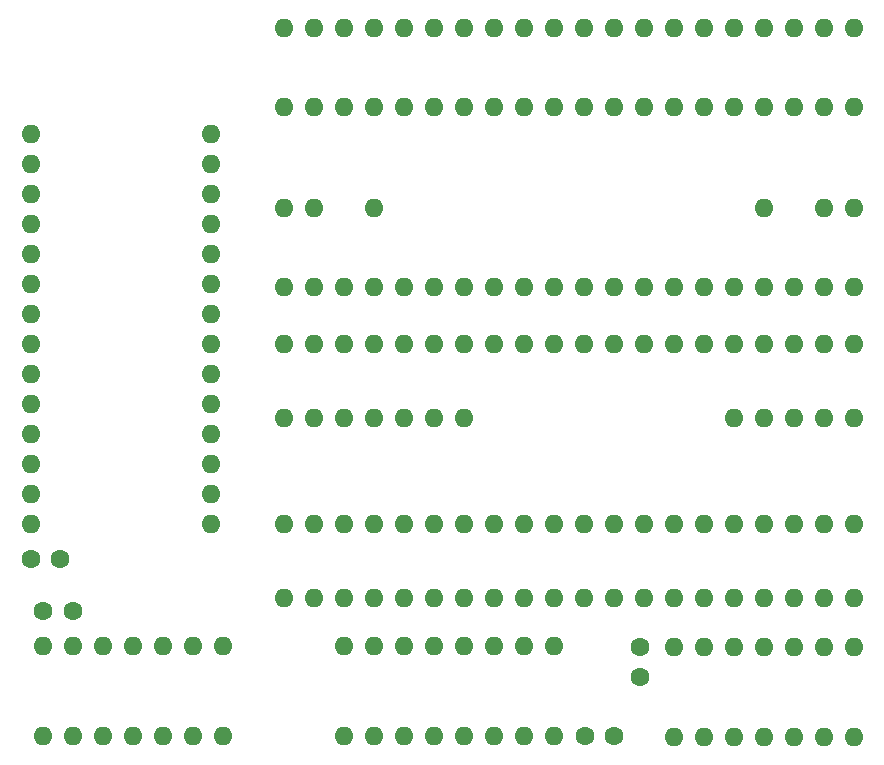
<source format=gbs>
G04 #@! TF.GenerationSoftware,KiCad,Pcbnew,7.0.2*
G04 #@! TF.CreationDate,2023-05-25T16:22:22+02:00*
G04 #@! TF.ProjectId,kim-1-dual-6532-adapter,6b696d2d-312d-4647-9561-6c2d36353332,rev?*
G04 #@! TF.SameCoordinates,Original*
G04 #@! TF.FileFunction,Soldermask,Bot*
G04 #@! TF.FilePolarity,Negative*
%FSLAX46Y46*%
G04 Gerber Fmt 4.6, Leading zero omitted, Abs format (unit mm)*
G04 Created by KiCad (PCBNEW 7.0.2) date 2023-05-25 16:22:22*
%MOMM*%
%LPD*%
G01*
G04 APERTURE LIST*
%ADD10C,1.600000*%
%ADD11O,1.600000X1.600000*%
G04 APERTURE END LIST*
D10*
G04 #@! TO.C,C2*
X36620000Y-100330000D03*
X39120000Y-100330000D03*
G04 #@! TD*
D11*
G04 #@! TO.C,U2*
X57020000Y-92964000D03*
X59560000Y-92964000D03*
X62100000Y-92964000D03*
X64640000Y-92964000D03*
X67180000Y-92964000D03*
X69720000Y-92964000D03*
X72260000Y-92964000D03*
X74800000Y-92964000D03*
X77340000Y-92964000D03*
X79880000Y-92964000D03*
X82420000Y-92964000D03*
X84960000Y-92964000D03*
X87500000Y-92964000D03*
X90040000Y-92964000D03*
X92580000Y-92964000D03*
X95120000Y-92964000D03*
X97660000Y-92964000D03*
X100200000Y-92964000D03*
X102740000Y-92964000D03*
X105280000Y-92964000D03*
X105280000Y-77724000D03*
X102740000Y-77724000D03*
X100200000Y-77724000D03*
X97660000Y-77724000D03*
X95120000Y-77724000D03*
X92580000Y-77724000D03*
X90040000Y-77724000D03*
X87500000Y-77724000D03*
X84960000Y-77724000D03*
X82420000Y-77724000D03*
X79880000Y-77724000D03*
X77340000Y-77724000D03*
X74800000Y-77724000D03*
X72260000Y-77724000D03*
X69720000Y-77724000D03*
X67180000Y-77724000D03*
X64640000Y-77724000D03*
X62100000Y-77724000D03*
X59560000Y-77724000D03*
X57020000Y-77724000D03*
G04 #@! TD*
D10*
G04 #@! TO.C,C3*
X87122000Y-103370000D03*
X87122000Y-105870000D03*
G04 #@! TD*
D11*
G04 #@! TO.C,U1*
X50800000Y-92960000D03*
X50800000Y-90420000D03*
X50800000Y-87880000D03*
X50800000Y-85340000D03*
X50800000Y-82800000D03*
X50800000Y-80260000D03*
X50800000Y-77720000D03*
X50800000Y-75180000D03*
X50800000Y-72640000D03*
X50800000Y-70100000D03*
X50800000Y-67560000D03*
X50800000Y-65020000D03*
X50800000Y-62480000D03*
X50800000Y-59940000D03*
X35560000Y-59940000D03*
X35560000Y-62480000D03*
X35560000Y-65020000D03*
X35560000Y-67560000D03*
X35560000Y-70100000D03*
X35560000Y-72640000D03*
X35560000Y-75180000D03*
X35560000Y-77720000D03*
X35560000Y-80260000D03*
X35560000Y-82800000D03*
X35560000Y-85340000D03*
X35560000Y-87880000D03*
X35560000Y-90420000D03*
X35560000Y-92960000D03*
G04 #@! TD*
G04 #@! TO.C,U3*
X57020000Y-72898000D03*
X59560000Y-72898000D03*
X62100000Y-72898000D03*
X64640000Y-72898000D03*
X67180000Y-72898000D03*
X69720000Y-72898000D03*
X72260000Y-72898000D03*
X74800000Y-72898000D03*
X77340000Y-72898000D03*
X79880000Y-72898000D03*
X82420000Y-72898000D03*
X84960000Y-72898000D03*
X87500000Y-72898000D03*
X90040000Y-72898000D03*
X92580000Y-72898000D03*
X95120000Y-72898000D03*
X97660000Y-72898000D03*
X100200000Y-72898000D03*
X102740000Y-72898000D03*
X105280000Y-72898000D03*
X105280000Y-57658000D03*
X102740000Y-57658000D03*
X100200000Y-57658000D03*
X97660000Y-57658000D03*
X95120000Y-57658000D03*
X92580000Y-57658000D03*
X90040000Y-57658000D03*
X87500000Y-57658000D03*
X84960000Y-57658000D03*
X82420000Y-57658000D03*
X79880000Y-57658000D03*
X77340000Y-57658000D03*
X74800000Y-57658000D03*
X72260000Y-57658000D03*
X69720000Y-57658000D03*
X67180000Y-57658000D03*
X64640000Y-57658000D03*
X62100000Y-57658000D03*
X59560000Y-57658000D03*
X57020000Y-57658000D03*
G04 #@! TD*
G04 #@! TO.C,U6*
X36620000Y-110880000D03*
X39160000Y-110880000D03*
X41700000Y-110880000D03*
X44240000Y-110880000D03*
X46780000Y-110880000D03*
X49320000Y-110880000D03*
X51860000Y-110880000D03*
X51860000Y-103260000D03*
X49320000Y-103260000D03*
X46780000Y-103260000D03*
X44240000Y-103260000D03*
X41700000Y-103260000D03*
X39160000Y-103260000D03*
X36620000Y-103260000D03*
G04 #@! TD*
G04 #@! TO.C,U4*
X79880000Y-103260000D03*
X77340000Y-103260000D03*
X74800000Y-103260000D03*
X72260000Y-103260000D03*
X69720000Y-103260000D03*
X67180000Y-103260000D03*
X64640000Y-103260000D03*
X62100000Y-103260000D03*
X62100000Y-110880000D03*
X64640000Y-110880000D03*
X67180000Y-110880000D03*
X69720000Y-110880000D03*
X72260000Y-110880000D03*
X74800000Y-110880000D03*
X77340000Y-110880000D03*
X79880000Y-110880000D03*
G04 #@! TD*
G04 #@! TO.C,U5*
X90040000Y-110988000D03*
X92580000Y-110988000D03*
X95120000Y-110988000D03*
X97660000Y-110988000D03*
X100200000Y-110988000D03*
X102740000Y-110988000D03*
X105280000Y-110988000D03*
X105280000Y-103368000D03*
X102740000Y-103368000D03*
X100200000Y-103368000D03*
X97660000Y-103368000D03*
X95120000Y-103368000D03*
X92580000Y-103368000D03*
X90040000Y-103368000D03*
G04 #@! TD*
D10*
G04 #@! TO.C,C4*
X35580000Y-95890000D03*
X38080000Y-95890000D03*
G04 #@! TD*
G04 #@! TO.C,C1*
X82490000Y-110880000D03*
X84990000Y-110880000D03*
G04 #@! TD*
D11*
G04 #@! TO.C,J2_2*
X105280000Y-83910000D03*
X102740000Y-83910000D03*
X100200000Y-83910000D03*
X97660000Y-83910000D03*
X95120000Y-83910000D03*
X72260000Y-83910000D03*
X69720000Y-83910000D03*
X67180000Y-83910000D03*
X64640000Y-83910000D03*
X62100000Y-83910000D03*
X59560000Y-83910000D03*
X57020000Y-83910000D03*
G04 #@! TD*
G04 #@! TO.C,J3_2*
X105280000Y-50910000D03*
X102740000Y-50910000D03*
X100200000Y-50910000D03*
X97660000Y-50910000D03*
X95120000Y-50910000D03*
X92580000Y-50910000D03*
X90040000Y-50910000D03*
X87500000Y-50910000D03*
X84960000Y-50910000D03*
X82420000Y-50910000D03*
X79880000Y-50910000D03*
X77340000Y-50910000D03*
X74800000Y-50910000D03*
X72260000Y-50910000D03*
X69720000Y-50910000D03*
X67180000Y-50910000D03*
X64640000Y-50910000D03*
X62100000Y-50910000D03*
X59560000Y-50910000D03*
X57020000Y-50910000D03*
G04 #@! TD*
G04 #@! TO.C,J2_1*
X57020000Y-99150000D03*
X59560000Y-99150000D03*
X62100000Y-99150000D03*
X64640000Y-99150000D03*
X67180000Y-99150000D03*
X69720000Y-99150000D03*
X72260000Y-99150000D03*
X74800000Y-99150000D03*
X77340000Y-99150000D03*
X79880000Y-99150000D03*
X82420000Y-99150000D03*
X84960000Y-99150000D03*
X87500000Y-99150000D03*
X90040000Y-99150000D03*
X92580000Y-99150000D03*
X95120000Y-99150000D03*
X97660000Y-99150000D03*
X100200000Y-99150000D03*
X102740000Y-99150000D03*
X105280000Y-99150000D03*
G04 #@! TD*
G04 #@! TO.C,J3_1*
X57020000Y-66150000D03*
X59560000Y-66150000D03*
X64640000Y-66150000D03*
X97660000Y-66150000D03*
X102740000Y-66150000D03*
X105280000Y-66150000D03*
G04 #@! TD*
M02*

</source>
